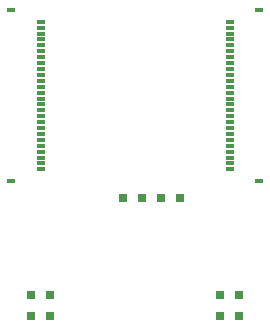
<source format=gtp>
G04*
G04 #@! TF.GenerationSoftware,Altium Limited,Altium Designer,23.10.1 (27)*
G04*
G04 Layer_Color=8421504*
%FSLAX25Y25*%
%MOIN*%
G70*
G04*
G04 #@! TF.SameCoordinates,63F36303-5D97-42AD-868C-FB7FB63341C3*
G04*
G04*
G04 #@! TF.FilePolarity,Positive*
G04*
G01*
G75*
%ADD12R,0.03150X0.03150*%
%ADD13R,0.03150X0.01181*%
%ADD14R,0.03150X0.01575*%
D12*
X14961Y-34252D02*
D03*
X8661D02*
D03*
X2362D02*
D03*
X-3937D02*
D03*
X34646Y-66535D02*
D03*
X28346D02*
D03*
X34646Y-73622D02*
D03*
X28346D02*
D03*
X-34646Y-66535D02*
D03*
X-28346D02*
D03*
X-34646Y-73622D02*
D03*
X-28346D02*
D03*
D13*
X-31496Y22638D02*
D03*
Y20669D02*
D03*
Y18701D02*
D03*
Y14764D02*
D03*
Y12795D02*
D03*
Y10827D02*
D03*
Y6890D02*
D03*
Y4921D02*
D03*
Y2953D02*
D03*
Y984D02*
D03*
Y-984D02*
D03*
Y-2953D02*
D03*
Y-4921D02*
D03*
Y-6890D02*
D03*
Y-10827D02*
D03*
Y-12795D02*
D03*
Y-14764D02*
D03*
Y-18701D02*
D03*
Y-20669D02*
D03*
Y-22638D02*
D03*
Y24606D02*
D03*
Y16732D02*
D03*
Y8858D02*
D03*
Y-8858D02*
D03*
Y-16732D02*
D03*
Y-24606D02*
D03*
X31496Y-22638D02*
D03*
Y-20669D02*
D03*
Y-18701D02*
D03*
Y-14764D02*
D03*
Y-12795D02*
D03*
Y-10827D02*
D03*
Y-6890D02*
D03*
Y-4921D02*
D03*
Y-2953D02*
D03*
Y-984D02*
D03*
Y984D02*
D03*
Y2953D02*
D03*
Y4921D02*
D03*
Y6890D02*
D03*
Y10827D02*
D03*
Y12795D02*
D03*
Y14764D02*
D03*
Y18701D02*
D03*
Y20669D02*
D03*
Y22638D02*
D03*
Y-24606D02*
D03*
Y-16732D02*
D03*
Y-8858D02*
D03*
Y8858D02*
D03*
Y16732D02*
D03*
Y24606D02*
D03*
D14*
X-41339Y28543D02*
D03*
Y-28543D02*
D03*
X41339Y-28543D02*
D03*
Y28543D02*
D03*
M02*

</source>
